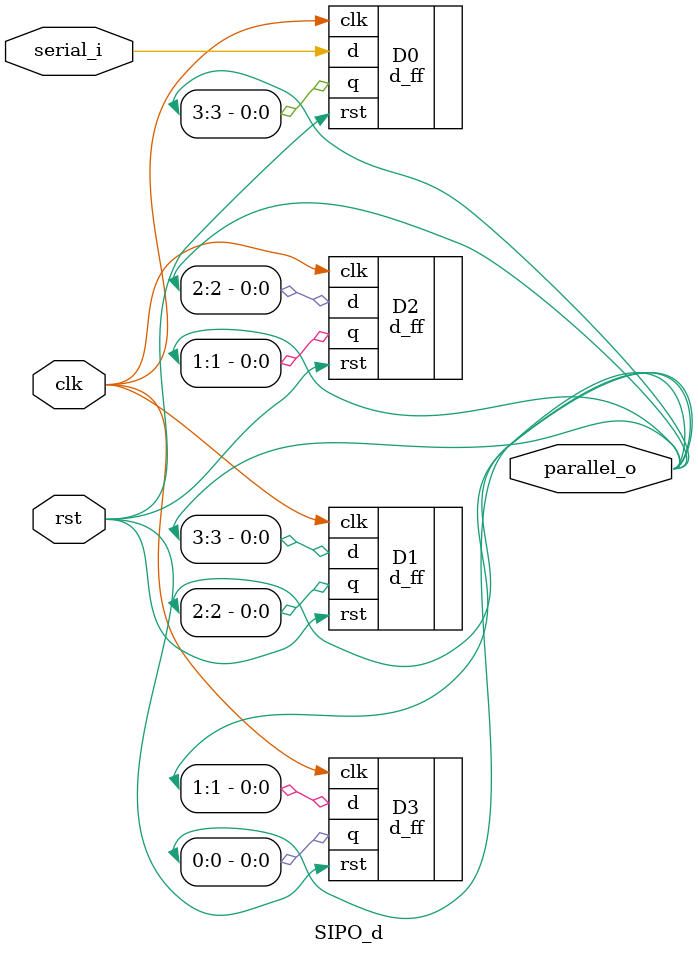
<source format=v>
`timescale 1ns / 1ps


module SIPO_d(
 input clk,rst,
 input serial_i,
 output [3:0]parallel_o
    );
    
    d_ff D0(.clk(clk),.rst(rst),.d(serial_i),.q(parallel_o[3]));
    d_ff D1(.clk(clk),.rst(rst),.d(parallel_o[3]),.q(parallel_o[2]));
    d_ff D2(.clk(clk),.rst(rst),.d(parallel_o[2]),.q(parallel_o[1]));
    d_ff D3(.clk(clk),.rst(rst),.d(parallel_o[1]),.q(parallel_o[0]));


endmodule

</source>
